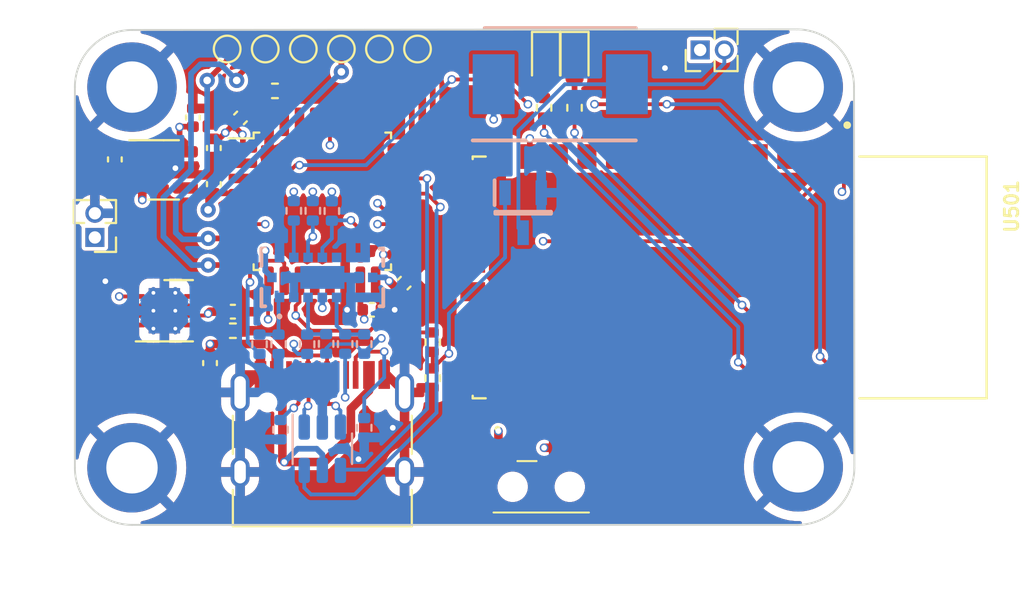
<source format=kicad_pcb>
(kicad_pcb (version 20240108) (generator "pcbnew") (generator_version "8.0")
  (layers (0 "F.Cu" signal) (1 "In1.Cu" signal) (2 "In2.Cu" signal) (31 "B.Cu" signal) (34 "B.Paste" user) (35 "F.Paste" user) (36 "B.SilkS" user "B.Silkscreen") (37 "F.SilkS" user "F.Silkscreen") (38 "B.Mask" user) (39 "F.Mask" user) (44 "Edge.Cuts" user))
  (net 0 "")
  (net 1 "GND")
  (net 2 "/STM32/NRST")
  (net 3 "+3.3V")
  (net 4 "+5V")
  (net 5 "+BATT")
  (net 6 "Net-(D501-A)")
  (net 7 "Net-(D502-A)")
  (net 8 "/MOTOR/MOTOR")
  (net 9 "/POWER/BAT")
  (net 11 "Net-(IC301-PROG)")
  (net 14 "Net-(IC401-I2C_RST_1)")
  (net 15 "Net-(IC401-INT)")
  (net 16 "Net-(IC401-LPN)")
  (net 18 "Net-(IC401-RSVD6)")
  (net 19 "/SENSORS/I2C3_SDA")
  (net 20 "/SENSORS/I2C3_SCL")
  (net 22 "Net-(J302-CC1)")
  (net 23 "Net-(J302-D+-PadA6)")
  (net 24 "Net-(J302-D--PadA7)")
  (net 26 "Net-(J302-CC2)")
  (net 28 "Net-(Q601-G)")
  (net 29 "/STM32/BOOT0")
  (net 30 "/SENSORS/TOF_INT")
  (net 31 "/SENSORS/TOF_LPn")
  (net 32 "/SENSORS/TOF_I2C_RST")
  (net 33 "/BLUETOOTH/LED_1")
  (net 34 "/BLUETOOTH/LED_2")
  (net 35 "/MOTOR/PWM")
  (net 36 "/STM32/SWCLK")
  (net 37 "/STM32/SWDIO")
  (net 40 "/BLUETOOTH/KEY")
  (net 41 "/STM32/USART2_RX")
  (net 42 "/STM32/USART2_TX")
  (net 45 "/BLUETOOTH/USART1_RX")
  (net 46 "/BLUETOOTH/USART1_TX")
  (net 47 "/POWER/USB_DM")
  (net 48 "/POWER/USB_DP")
  (footprint "TestPoint:TestPoint_Pad_D1.0mm" (layer "F.Cu") (at 65 48)
    (property "Reference" "SWDIO201" (hide yes))
    (property "Value" "TestPoint")
  )
  (footprint "Capacitor_SMD:C_0402_1005Metric" (layer "F.Cu") (at 62.6 61.7)
    (property "Reference" "C205" (hide yes))
    (property "Value" "100n")
  )
  (footprint "Connector_USB:USB_C_Receptacle_HRO_TYPE-C-31-M-12" (layer "F.Cu") (at 60 69.17)
    (property "Reference" "J302" (hide yes))
    (property "Value" "USB_C_Receptacle_USB2.0")
  )
  (footprint "Connector_PinHeader_1.27mm:PinHeader_1x02_P1.27mm_Vertical" (layer "F.Cu") (at 48.05 57.9 180)
    (property "Reference" "J301" (hide yes))
    (property "Value" "BATT")
  )
  (footprint "Capacitor_SMD:C_0402_1005Metric" (layer "F.Cu") (at 53.2 51.6 90)
    (property "Reference" "C302" (hide yes))
    (property "Value" "1u")
  )
  (footprint "Package_TO_SOT_SMD:SOT-23-5" (layer "F.Cu") (at 51.6625 54.35)
    (property "Reference" "U301" (hide yes))
    (property "Value" "BU33SD5WG-TR")
  )
  (footprint "Resistor_SMD:R_0402_1005Metric" (layer "F.Cu") (at 55.3 62.8)
    (property "Reference" "R301" (hide yes))
    (property "Value" "1.65k")
  )
  (footprint "TestPoint:TestPoint_Pad_D1.0mm" (layer "F.Cu") (at 59 48)
    (property "Reference" "GND201" (hide yes))
    (property "Value" "TestPoint")
  )
  (footprint "mod:XCVR_HC-05" (layer "F.Cu") (at 81.075 60 -90)
    (property "Reference" "U501")
    (property "Value" "HC-05")
  )
  (footprint "TestPoint:TestPoint_Pad_D1.0mm" (layer "F.Cu") (at 57 48)
    (property "Reference" "USART2_TX201" (hide yes))
    (property "Value" "TestPoint")
  )
  (footprint "MountingHole:MountingHole_2.7mm_M2.5_DIN965_Pad" (layer "F.Cu") (at 50 50)
    (property "Reference" "H101" (hide yes))
    (property "Value" "MountingHole_Pad")
  )
  (footprint "Connector_PinHeader_1.27mm:PinHeader_1x02_P1.27mm_Vertical" (layer "F.Cu") (at 79.85 48.05 90)
    (property "Reference" "J601" (hide yes))
    (property "Value" "MOTOR")
  )
  (footprint "Capacitor_SMD:C_0402_1005Metric" (layer "F.Cu") (at 54.3 53.2 -90)
    (property "Reference" "C202" (hide yes))
    (property "Value" "4.7u")
  )
  (footprint "Resistor_SMD:R_0402_1005Metric" (layer "F.Cu") (at 65.8 63.4 -90)
    (property "Reference" "R601" (hide yes))
    (property "Value" "22")
  )
  (footprint "Resistor_SMD:R_0402_1005Metric" (layer "F.Cu") (at 73.25 51.0875 90)
    (property "Reference" "R502" (hide yes))
    (property "Value" "820")
  )
  (footprint "mod:450404015514" (layer "F.Cu") (at 71.5 71 180)
    (property "Reference" "S**" (hide yes))
    (property "Value" "450404015514" (hide yes))
  )
  (footprint "Capacitor_SMD:C_0402_1005Metric" (layer "F.Cu") (at 64.3 60.3 45)
    (property "Reference" "C204" (hide yes))
    (property "Value" "100n")
  )
  (footprint "MountingHole:MountingHole_2.7mm_M2.5_DIN965_Pad" (layer "F.Cu") (at 85 69.95)
    (property "Reference" "H104" (hide yes))
    (property "Value" "MountingHole_Pad")
  )
  (footprint "LED_SMD:LED_0603_1608Metric" (layer "F.Cu") (at 71.75 48.5875 -90)
    (property "Reference" "D501" (hide yes))
    (property "Value" "LED")
  )
  (footprint "Package_QFP:LQFP-32_7x7mm_P0.8mm" (layer "F.Cu") (at 60 56)
    (property "Reference" "U201" (hide yes))
    (property "Value" "STM32G431KBTx")
  )
  (footprint "Capacitor_SMD:C_0402_1005Metric" (layer "F.Cu") (at 54.1 64.5 -90)
    (property "Reference" "C304" (hide yes))
    (property "Value" "220n")
  )
  (footprint "TestPoint:TestPoint_Pad_D1.0mm" (layer "F.Cu") (at 63 48)
    (property "Reference" "SWCLK201" (hide yes))
    (property "Value" "TestPoint")
  )
  (footprint "Resistor_SMD:R_0402_1005Metric" (layer "F.Cu") (at 65.8 65.29 -90)
    (property "Reference" "R602" (hide yes))
    (property "Value" "10k")
  )
  (footprint "Package_DFN_QFN:DFN-8-1EP_3x3mm_P0.5mm_EP1.65x2.38mm_ThermalVias" (layer "F.Cu") (at 51.7 61.75)
    (property "Reference" "IC301" (hide yes))
    (property "Value" "LTC4058EDD-4.2#PBF")
  )
  (footprint "Resistor_SMD:R_0402_1005Metric" (layer "F.Cu") (at 71.65 51.0875 90)
    (property "Reference" "R501" (hide yes))
    (property "Value" "820")
  )
  (footprint "Capacitor_SMD:C_0402_1005Metric" (layer "F.Cu") (at 55.3 61.8)
    (property "Reference" "C303" (hide yes))
    (property "Value" "1u")
  )
  (footprint "Capacitor_SMD:C_0402_1005Metric" (layer "F.Cu") (at 55.7 51.62 45)
    (property "Reference" "C203" (hide yes))
    (property "Value" "100n")
  )
  (footprint "Capacitor_SMD:C_0402_1005Metric" (layer "F.Cu") (at 49.1 53.8 -90)
    (property "Reference" "C301" (hide yes))
    (property "Value" "1u")
  )
  (footprint "Capacitor_SMD:C_0402_1005Metric" (layer "F.Cu") (at 54.3 55.1 -90)
    (property "Reference" "C201" (hide yes))
    (property "Value" "100n")
  )
  (footprint "LED_SMD:LED_0603_1608Metric" (layer "F.Cu") (at 73.25 48.5875 -90)
    (property "Reference" "D502" (hide yes))
    (property "Value" "LED")
  )
  (footprint "MountingHole:MountingHole_2.7mm_M2.5_DIN965_Pad" (layer "F.Cu") (at 50 70)
    (property "Reference" "H102" (hide yes))
    (property "Value" "MountingHole_Pad")
  )
  (footprint "TestPoint:TestPoint_Pad_D1.0mm" (layer "F.Cu") (at 55 48)
    (property "Reference" "USART2_RX201" (hide yes))
    (property "Value" "TestPoint")
  )
  (footprint "Resistor_SMD:R_0402_1005Metric" (layer "F.Cu") (at 57.51 50.2 180)
    (property "Reference" "R201" (hide yes))
    (property "Value" "100k")
  )
  (footprint "TestPoint:TestPoint_Pad_D1.0mm" (layer "F.Cu") (at 61 48)
    (property "Reference" "NRST201" (hide yes))
    (property "Value" "TestPoint")
  )
  (footprint "MountingHole:MountingHole_2.7mm_M2.5_DIN965_Pad" (layer "F.Cu") (at 85 50)
    (property "Reference" "H103" (hide yes))
    (property "Value" "MountingHole_Pad")
  )
  (footprint "Resistor_SMD:R_0402_1005Metric" (layer "B.Cu") (at 60.5 56.51 -90)
    (property "Reference" "R408" (hide yes))
    (property "Value" "10k")
  )
  (footprint "Resistor_SMD:R_0402_1005Metric" (layer "B.Cu") (at 59.5 56.5 -90)
    (property "Reference" "R409" (hide yes))
    (property "Value" "10k")
  )
  (footprint "Resistor_SMD:R_0402_1005Metric" (layer "B.Cu") (at 62.2 63.5 90)
    (property "Reference" "R404" (hide yes))
    (property "Value" "47k")
  )
  (footprint "Resistor_SMD:R_0402_1005Metric" (layer "B.Cu") (at 61.2 63.5 -90)
    (property "Reference" "R402" (hide yes))
    (property "Value" "1k")
  )
  (footprint "Resistor_SMD:R_0402_1005Metric" (layer "B.Cu") (at 57.8 68 -90)
    (property "Reference" "R302" (hide yes))
    (property "Value" "5.1k")
  )
  (footprint "Resistor_SMD:R_0402_1005Metric" (layer "B.Cu") (at 56.7 63.51 -90)
    (property "Reference" "R405" (hide yes))
    (property "Value" "1k")
  )
  (footprint "Resistor_SMD:R_0402_1005Metric" (layer "B.Cu") (at 57.7 63.51 -90)
    (property "Reference" "R406" (hide yes))
    (property "Value" "47k")
  )
  (footprint "mod:DIOM7959X262N" (layer "B.Cu") (at 72.5 49.85)
    (property "Reference" "D601" (hide yes))
    (property "Value" "VS-30BQ015HM3_9AT" (hide yes))
  )
  (footprint "Resistor_SMD:R_0402_1005Metric" (layer "B.Cu") (at 58.5 56.5 90)
    (property "Reference" "R407" (hide yes))
    (property "Value" "47k")
  )
  (footprint "Resistor_SMD:R_0402_1005Metric" (layer "B.Cu") (at 62.2 67.9 90)
    (property "Reference" "R303" (hide yes))
    (property "Value" "5.1k")
  )
  (footprint "mod:SOT95P237X112-3N" (layer "B.Cu") (at 70.55 56.6 -90)
    (property "Reference" "Q601" (hide yes))
    (property "Value" "SQ2310ES-T1" (hide yes))
  )
  (footprint "mod:VL53L5CX" (layer "B.Cu") (at 60 60 180)
    (property "Reference" "IC401" (hide yes))
    (property "Value" "VL53L5CX" (hide yes))
  )
  (footprint "Package_TO_SOT_SMD:SOT-23-6" (layer "B.Cu") (at 60 69 -90)
    (property "Reference" "U302" (hide yes))
    (property "Value" "WE-TVS-82400102")
  )
  (footprint "Resistor_SMD:R_0402_1005Metric" (layer "B.Cu") (at 59.2 63.51 -90)
    (property "Reference" "R401" (hide yes))
    (property "Value" "1k")
  )
  (footprint "Resistor_SMD:R_0402_1005Metric" (layer "B.Cu") (at 60.2 63.49 90)
    (property "Reference" "R403" (hide yes))
    (property "Value" "47k")
  )
  (gr_arc (start 50 73) (mid 47.87868 72.12132) (end 47 70) (stroke (width 0.1)) (layer "Edge.Cuts"))
  (gr_arc (start 47 50) (mid 47.87868 47.87868) (end 50 47) (stroke (width 0.1)) (layer "Edge.Cuts"))
  (gr_line (start 87.931725 49.978673) (end 87.95 70) (stroke (width 0.1)) (layer "Edge.Cuts"))
  (gr_arc (start 87.95 70) (mid 87.07132 72.12132) (end 84.95 73) (stroke (width 0.1)) (layer "Edge.Cuts"))
  (gr_arc (start 84.921327 46.968275) (mid 87.05 47.85) (end 87.931725 49.978673) (stroke (width 0.1)) (layer "Edge.Cuts"))
  (gr_line (start 50 47) (end 84.921327 46.968275) (stroke (width 0.1)) (layer "Edge.Cuts"))
  (gr_line (start 47 70) (end 47 50) (stroke (width 0.1)) (layer "Edge.Cuts"))
  (gr_line (start 84.95 73) (end 50 73) (stroke (width 0.1)) (layer "Edge.Cuts"))
  (segment (start 54.44 66.04) (end 54.1 65.7) (width 0.45) (layer "F.Cu") (net 1))
  (segment (start 56.75 65.125) (end 56.595 65.125) (width 0.45) (layer "F.Cu") (net 1))
  (segment (start 54.1 64.98) (end 54.1 65.7) (width 0.45) (layer "F.Cu") (net 1))
  (segment (start 63.405 65.125) (end 64.32 66.04) (width 0.45) (layer "F.Cu") (net 1))
  (segment (start 62.8 61) (end 63.08 61.28) (width 0.45) (layer "F.Cu") (net 1))
  (segment (start 56.595 65.125) (end 55.68 66.04) (width 0.45) (layer "F.Cu") (net 1))
  (segment (start 61.2 61.6) (end 61.3 61.7) (width 0.45) (layer "F.Cu") (net 1))
  (segment (start 61.2 60.175) (end 61.2 61.6) (width 0.45) (layer "F.Cu") (net 1))
  (segment (start 63.25 65.125) (end 63.405 65.125) (width 0.45) (layer "F.Cu") (net 1))
  (segment (start 63.08 61.28) (end 63.08 61.7) (width 0.45) (layer "F.Cu") (net 1))
  (segment (start 62.8 60.175) (end 62.8 61) (width 0.45) (layer "F.Cu") (net 1))
  (segment (start 55.68 66.04) (end 54.44 66.04) (width 0.45) (layer "F.Cu") (net 1))
  (via (at 61.3 61.7) (size 0.45) (drill 0.3) (layers "F.Cu" "B.Cu") (net 1))
  (via (at 63.8 61.7) (size 0.45) (drill 0.3) (layers "F.Cu" "B.Cu") (net 1))
  (via (at 52.28 54.26) (size 0.45) (drill 0.3) (layers "F.Cu" "B.Cu") (net 1))
  (via (at 63.7 67.9) (size 0.45) (drill 0.3) (layers "F.Cu" "B.Cu") (net 1))
  (via (at 48.6 60.2) (size 0.45) (drill 0.3) (layers "F.Cu" "B.Cu") (net 1))
  (via (at 78 49) (size 0.45) (drill 0.3) (layers "F.Cu" "B.Cu") (net 1))
  (via (at 61.9 69.55) (size 0.45) (drill 0.3) (layers "F.Cu" "B.Cu") (net 1))
  (segment (start 58.5 61.05) (end 58.5 60) (width 0.45) (layer "B.Cu") (net 1))
  (segment (start 61.5 60.3) (end 61.5 60) (width 0.45) (layer "B.Cu") (net 1))
  (segment (start 61.5 61.05) (end 61.5 61.5) (width 0.45) (layer "B.Cu") (net 1))
  (segment (start 61.5 61.5) (end 61.3 61.7) (width 0.45) (layer "B.Cu") (net 1))
  (segment (start 61.5 60.8) (end 61.5 60.3) (width 0.45) (layer "B.Cu") (net 1))
  (segment (start 61.5 61.05) (end 61.5 60.8) (width 0.45) (layer "B.Cu") (net 1))
  (segment (start 54 55.88) (end 54.3 55.58) (width 0.3) (layer "F.Cu") (net 2))
  (segment (start 54 56.45) (end 54 55.88) (width 0.3) (layer "F.Cu") (net 2))
  (segment (start 55.805 55.58) (end 55.825 55.6) (width 0.3) (layer "F.Cu") (net 2))
  (segment (start 54.3 55.58) (end 55.805 55.58) (width 0.3) (layer "F.Cu") (net 2))
  (segment (start 61 48) (end 61 49.2) (width 0.3) (layer "F.Cu") (net 2))
  (via (at 54 56.45) (size 0.8) (drill 0.4) (layers "F.Cu" "B.Cu") (net 2))
  (via (at 61 49.2) (size 0.8) (drill 0.4) (layers "F.Cu" "B.Cu") (net 2))
  (segment (start 61 49.2) (end 54 56.2) (width 0.3) (layer "B.Cu") (net 2))
  (segment (start 54 56.2) (end 54 56.45) (width 0.3) (layer "B.Cu") (net 2))
  (segment (start 55.360589 52.060589) (end 55.8 52.5) (width 0.3) (layer "F.Cu") (net 3))
  (segment (start 55.825 52.525) (end 55.8 52.5) (width 0.3) (layer "F.Cu") (net 3))
  (segment (start 55.360589 51.959411) (end 55.360589 52.060589) (width 0.3) (layer "F.Cu") (net 3))
  (segment (start 70.9 53.65) (end 70.9 52.7) (width 0.3) (layer "F.Cu") (net 3))
  (segment (start 62.2 61.78) (end 62.12 61.7) (width 0.3) (layer "F.Cu") (net 3))
  (segment (start 64.175 58.8) (end 63.2 58.8) (width 0.3) (layer "F.Cu") (net 3))
  (segment (start 62 60.175) (end 62 61.58) (width 0.3) (layer "F.Cu") (net 3))
  (segment (start 63.960589 60.639411) (end 63.510589 60.189411) (width 0.45) (layer "F.Cu") (net 3))
  (segment (start 52.8 52.9) (end 52.5 52.6) (width 0.3) (layer "F.Cu") (net 3))
  (segment (start 52.52 52.08) (end 52.5 52.1) (width 0.3) (layer "F.Cu") (net 3))
  (segment (start 55.340589 51.959411) (end 54.9 52.4) (width 0.3) (layer "F.Cu") (net 3))
  (segment (start 53.2 52.08) (end 52.52 52.08) (width 0.3) (layer "F.Cu") (net 3))
  (segment (start 62.2 62.2) (end 62.2 61.78) (width 0.3) (layer "F.Cu") (net 3))
  (segment (start 62 61.58) (end 62.12 61.7) (width 0.3) (layer "F.Cu") (net 3))
  (segment (start 52.8 53.4) (end 52.8 52.9) (width 0.3) (layer "F.Cu") (net 3))
  (segment (start 55.825 53.2) (end 55.825 52.525) (width 0.3) (layer "F.Cu") (net 3))
  (segment (start 54.3 52.72) (end 54.58 52.72) (width 0.3) (layer "F.Cu") (net 3))
  (segment (start 54.58 52.72) (end 54.9 52.4) (width 0.3) (layer "F.Cu") (net 3))
  (segment (start 52.5 52.6) (end 52.5 52.1) (width 0.3) (layer "F.Cu") (net 3))
  (segment (start 55.360589 51.959411) (end 55.340589 51.959411) (width 0.3) (layer "F.Cu") (net 3))
  (via (at 54.9 52.4) (size 0.45) (drill 0.3) (layers "F.Cu" "B.Cu") (net 3))
  (via (at 52.5 52.1) (size 0.45) (drill 0.3) (layers "F.Cu" "B.Cu") (net 3))
  (via (at 59.5 55.5) (size 0.45) (drill 0.3) (layers "F.Cu" "B.Cu") (net 3))
  (via (at 63.2 58.8) (size 0.45) (drill 0.3) (layers "F.Cu" "B.Cu") (net 3))
  (via (at 62.2 62.2) (size 0.45) (drill 0.3) (layers "F.Cu" "B.Cu") (net 3))
  (via (at 63.510589 60.189411) (size 0.45) (drill 0.3) (layers "F.Cu" "B.Cu") (net 3))
  (via (at 55.8 52.5) (size 0.45) (drill 0.3) (layers "F.Cu" "B.Cu") (net 3))
  (via (at 70.9 52.7) (size 0.45) (drill 0.3) (layers "F.Cu" "B.Cu") (net 3))
  (via (at 63.1 63.2) (size 0.45) (drill 0.3) (layers "F.Cu" "B.Cu") (net 3))
  (via (at 60 61.6) (size 0.45) (drill 0.3) (layers "F.Cu" "B.Cu") (net 3))
  (via (at 69 51.7) (size 0.45) (drill 0.3) (layers "F.Cu" "B.Cu") (net 3))
  (via (at 60.5 55.5) (size 0.45) (drill 0.3) (layers "F.Cu" "B.Cu") (net 3))
  (via (at 58.5 55.5) (size 0.45) (drill 0.3) (layers "F.Cu" "B.Cu") (net 3))
  (via (at 57 58.6) (size 0.45) (drill 0.3) (layers "F.Cu" "B.Cu") (net 3))
  (segment (start 59.5 55.99) (end 59.5 55.5) (width 0.3) (layer "B.Cu") (net 3))
  (segment (start 58.5 55.99) (end 58.5 55.5) (width 0.3) (layer "B.Cu") (net 3))
  (segment (start 62.2 64) (end 62.2 64.01) (width 0.18) (layer "B.Cu") (net 3))
  (segment (start 69 49.85) (end 69 51.7) (width 0.3) (layer "B.Cu") (net 3))
  (segment (start 63.01 63.2) (end 62.2 64.01) (width 0.3) (layer "B.Cu") (net 3))
  (segment (start 60.430001 63.5) (end 61.7 63.5) (width 0.18) (layer "B.Cu") (net 3))
  (segment (start 57.35 60) (end 57 59.65) (width 0.3) (layer "B.Cu") (net 3))
  (segment (start 61.7 63.5) (end 62.2 64) (width 0.18) (layer "B.Cu") (net 3))
  (segment (start 63.321178 60) (end 62.65 60) (width 0.3) (layer "B.Cu") (net 3))
  (segment (start 57 59.65) (end 57 58.6) (width 0.3) (layer "B.Cu") (net 3))
  (segment (start 63.1 63.2) (end 63.01 63.2) (width 0.3) (layer "B.Cu") (net 3))
  (segment (start 60 61.6) (end 60 61.05) (width 0.3) (layer "B.Cu") (net 3))
  (segment (start 63.510589 60.189411) (end 63.321178 60) (width 0.3) (layer "B.Cu") (net 3))
  (segment (start 60.2 64) (end 60.2 63.730001) (width 0.18) (layer "B.Cu") (net 3))
  (segment (start 60.2 63.730001) (end 60.430001 63.5) (width 0.18) (layer "B.Cu") (net 3))
  (segment (start 60.5 56) (end 60.5 55.5) (width 0.3) (layer "B.Cu") (net 3))
  (segment (start 57.55 65.125) (end 57.55 63.95) (width 0.45) (layer "F.Cu") (net 4))
  (segment (start 57.1 63.5) (end 54.1 63.5) (width 0.45) (layer "F.Cu") (net 4))
  (segment (start 53.15 62) (end 53.9 62) (width 0.2) (layer "F.Cu") (net 4))
  (segment (start 61.5 68.3) (end 61.5 66.89934) (width 0.45) (layer "F.Cu") (net 4))
  (segment (start 54.1 63.5) (end 54.1 64.02) (width 0.45) (layer "F.Cu") (net 4))
  (segment (start 57.900422 66.299762) (end 57.55 65.94934) (width 0.45) (layer "F.Cu") (net 4))
  (segment (start 58 69.7) (end 57.900422 69.600422) (width 0.45) (layer "F.Cu") (net 4))
  (segment (start 54.1 61.8) (end 54 61.9) (width 0.45) (layer "F.Cu") (net 4))
  (segment (start 60.1 69.7) (end 61.5 68.3) (width 0.45) (layer "F.Cu") (net 4))
  (segment (start 62.45 65.94934) (end 62.45 65.125) (width 0.45) (layer "F.Cu") (net 4))
  (segment (start 57.55 65.94934) (end 57.55 65.125) (width 0.45) (layer "F.Cu") (net 4))
  (segment (start 54.82 61.8) (end 54.1 61.8) (width 0.45) (layer "F.Cu") (net 4))
  (segment (start 57.55 63.95) (end 57.1 63.5) (width 0.45) (layer "F.Cu") (net 4))
  (segment (start 53.9 62) (end 54 61.9) (width 0.2) (layer "F.Cu") (net 4))
  (segment (start 58 69.7) (end 60.1 69.7) (width 0.45) (layer "F.Cu") (net 4))
  (segment (start 61.5 66.89934) (end 62.45 65.94934) (width 0.45) (layer "F.Cu") (net 4))
  (segment (start 57.900422 69.600422) (end 57.900422 66.299762) (width 0.45) (layer "F.Cu") (net 4))
  (via (at 54 61.9) (size 0.45) (drill 0.3) (layers "F.Cu" "B.Cu") (net 4))
  (via (at 58 69.7) (size 0.45) (drill 0.3) (layers "F.Cu" "B.Cu") (net 4))
  (via (at 54.1 63.5) (size 0.45) (drill 0.3) (layers "F.Cu" "B.Cu") (net 4))
  (segment (start 60 69.3) (end 59.7 69) (width 0.3) (layer "B.Cu") (net 4))
  (segment (start 60 70.1375) (end 60 69.3) (width 0.3) (layer "B.Cu") (net 4))
  (segment (start 58.7 69) (end 58 69.7) (width 0.3) (layer "B.Cu") (net 4))
  (segment (start 59.7 69) (end 58.7 69) (width 0.3) (layer "B.Cu") (net 4))
  (segment (start 51.61 53.82) (end 51.61 54.79) (width 0.3) (layer "F.Cu") (net 5))
  (segment (start 51.19 53.4) (end 51.61 53.82) (width 0.3) (layer "F.Cu") (net 5))
  (segment (start 50.54 55.315) (end 50.525 55.3) (width 0.45) (layer "F.Cu") (net 5))
  (segment (start 50.54 55.93) (end 50.54 55.315) (width 0.45) (layer "F.Cu") (net 5))
  (segment (start 50.525 53.4) (end 49.18 53.4) (width 0.45) (layer "F.Cu") (net 5))
  (segment (start 50.525 53.4) (end 51.19 53.4) (width 0.3) (layer "F.Cu") (net 5))
  (segment (start 51.1 55.3) (end 50.525 55.3) (width 0.3) (layer "F.Cu") (net 5))
  (segment (start 69.25 68.95) (end 69.25 68.07) (width 0.45) (layer "F.Cu") (net 5))
  (segment (start 49.18 53.4) (end 49.1 53.32) (width 0.45) (layer "F.Cu") (net 5))
  (segment (start 51.61 54.79) (end 51.1 55.3) (width 0.3) (layer "F.Cu") (net 5))
  (via (at 69.25 68.07) (size 0.45) (drill 0.3) (layers "F.Cu" "B.Cu") (net 5))
  (via (at 50.54 55.93) (size 0.45) (drill 0.3) (layers "F.Cu" "B.Cu") (net 5))
  (segment (start 71.65 49.475) (end 71.75 49.375) (width 0.3) (layer "F.Cu") (net 6))
  (segment (start 71.65 50.5775) (end 71.65 49.475) (width 0.3) (layer "F.Cu") (net 6))
  (segment (start 73.25 50.5775) (end 73.25 49.375) (width 0.3) (layer "F.Cu") (net 7))
  (segment (start 80.027106 49.85) (end 81.12 48.757106) (width 0.2) (layer "B.Cu") (net 8))
  (segment (start 70.55 57.65) (end 70.3 57.4) (width 0.2) (layer "B.Cu") (net 8))
  (segment (start 72.75 49.85) (end 76 49.85) (width 0.2) (layer "B.Cu") (net 8))
  (segment (start 70.3 52.3) (end 72.75 49.85) (width 0.2) (layer "B.Cu") (net 8))
  (segment (start 76 49.85) (end 80.027106 49.85) (width 0.2) (layer "B.Cu") (net 8))
  (segment (start 76 49.85) (end 76 49.871752) (width 0.2) (layer "B.Cu") (net 8))
  (segment (start 70.3 57.4) (end 70.3 52.3) (width 0.2) (layer "B.Cu") (net 8))
  (segment (start 81.12 48.757106) (end 81.12 48.05) (width 0.2) (layer "B.Cu") (net 8))
  (segment (start 50.25 61) (end 49.33 61) (width 0.2) (layer "F.Cu") (net 9))
  (segment (start 72.25 68.95) (end 71.65 68.95) (width 0.45) (layer "F.Cu") (net 9))
  (segment (start 50.25 61) (end 50.25 61.5) (width 0.2) (layer "F.Cu") (net 9))
  (via (at 49.33 61) (size 0.45) (drill 0.3) (layers "F.Cu" "B.Cu") (net 9))
  (via (at 71.65 68.95) (size 0.45) (drill 0.3) (layers "F.Cu" "B.Cu") (net 9))
  (segment (start 54.79 62.71) (end 54.8 62.7) (width 0.3) (layer "F.Cu") (net 11))
  (segment (start 53.15 62.5) (end 54.49 62.5) (width 0.2) (layer "F.Cu") (net 11))
  (segment (start 54.49 62.5) (end 54.79 62.8) (width 0.2) (layer "F.Cu") (net 11))
  (segment (start 54.79 62.8) (end 54.79 62.71) (width 0.3) (layer "F.Cu") (net 11))
  (segment (start 56.7 63) (end 57.7 63) (width 0.2) (layer "B.Cu") (net 14))
  (segment (start 57.7 61.1) (end 57.75 61.1) (width 0.2) (layer "B.Cu") (net 14))
  (segment (start 57.7 63) (end 57.7 61.1) (width 0.2) (layer "B.Cu") (net 14))
  (segment (start 59.25 61.05) (end 59.25 62.95) (width 0.2) (layer "B.Cu") (net 15))
  (segment (start 59.22 62.98) (end 59.2 63) (width 0.2) (layer "B.Cu") (net 15))
  (segment (start 59.25 62.95) (end 59.2 63) (width 0.2) (layer "B.Cu") (net 15))
  (segment (start 60.2 62.98) (end 59.22 62.98) (width 0.2) (layer "B.Cu") (net 15))
  (segment (start 60.75 62.54) (end 60.75 61.05) (width 0.2) (layer "B.Cu") (net 16))
  (segment (start 62.2 62.99) (end 61.2 62.99) (width 0.2) (layer "B.Cu") (net 16))
  (segment (start 61.2 62.99) (end 60.75 62.54) (width 0.2) (layer "B.Cu") (net 16))
  (segment (start 58.5 58.95) (end 58.5 57.01) (width 0.2) (layer "B.Cu") (net 18))
  (segment (start 60.4 51.825) (end 60.4 53.05) (width 0.2) (layer "F.Cu") (net 19))
  (via (at 60.4 53.05) (size 0.45) (drill 0.3) (layers "F.Cu" "B.Cu") (net 19))
  (via (at 59.5 57.85) (size 0.45) (drill 0.3) (layers "F.Cu" "B.Cu") (net 19))
  (segment (start 59.5 57.85) (end 59.25 58.1) (width 0.2) (layer "B.Cu") (net 19))
  (segment (start 59.25 58.1) (end 59.25 58.95) (width 0.2) (layer "B.Cu") (net 19))
  (segment (start 59.5 57.01) (end 59.5 57.85) (width 0.2) (layer "B.Cu") (net 19))
  (segment (start 64.175 58) (end 62.5 58) (width 0.2) (layer "F.Cu") (net 20))
  (segment (start 62.5 58) (end 61.5 57) (width 0.2) (layer "F.Cu") (net 20))
  (via (at 61.5 57) (size 0.45) (drill 0.3) (layers "F.Cu" "B.Cu") (net 20))
  (segment (start 60.52 57) (end 60.5 57.02) (width 0.2) (layer "B.Cu") (net 20))
  (segment (start 60 58.45) (end 60 58.95) (width 0.2) (layer "B.Cu") (net 20))
  (segment (start 60.5 57.95) (end 60 58.45) (width 0.2) (layer "B.Cu") (net 20))
  (segment (start 61.5 57) (end 60.52 57) (width 0.2) (layer "B.Cu") (net 20))
  (segment (start 60.5 57.02) (end 60.5 57.95) (width 0.2) (layer "B.Cu") (net 20))
  (segment (start 58.75 66.61282) (end 58.500422 66.862398) (width 0.2) (layer "F.Cu") (net 22))
  (segment (start 58.75 65.125) (end 58.75 66.61282) (width 0.2) (layer "F.Cu") (net 22))
  (via (at 58.500422 66.862398) (size 0.45) (drill 0.3) (layers "F.Cu" "B.Cu") (net 22))
  (segment (start 58.500422 66.862398) (end 58.427602 66.862398) (width 0.2) (layer "B.Cu") (net 22))
  (segment (start 58.427602 66.862398) (end 57.8 67.49) (width 0.2) (layer "B.Cu") (net 22))
  (segment (start 60.75 65.125) (end 60.75 65.95) (width 0.2) (layer "F.Cu") (net 23))
  (segment (start 59.75 66.1) (end 59.75 65.125) (width 0.2) (layer "F.Cu") (net 23))
  (segment (start 60.3 66.65) (end 59.75 66.1) (width 0.2) (layer "F.Cu") (net 23))
  (segment (start 60.7 66.75) (end 60.6 66.65) (width 0.2) (layer "F.Cu") (net 23))
  (segment (start 60.3 66.4) (end 60.3 66.65) (width 0.2) (layer "F.Cu") (net 23))
  (segment (start 60.75 65.95) (end 60.3 66.4) (width 0.2) (layer "F.Cu") (net 23))
  (segment (start 60.6 66.65) (end 60.3 66.65) (width 0.2) (layer "F.Cu") (net 23))
  (via (at 60.7 66.75) (size 0.45) (drill 0.3) (layers "F.Cu" "B.Cu") (net 23))
  (segment (start 60.95 67.8625) (end 60.95 67) (width 0.2) (layer "B.Cu") (net 23))
  (segment (start 60.95 67) (end 60.7 66.75) (width 0.2) (layer "B.Cu") (net 23))
  (segment (start 59.3 64.1) (end 60.2 64.1) (width 0.2) (layer "F.Cu") (net 24))
  (segment (start 60.25 64.15) (end 60.25 65.125) (width 0.2) (layer "F.Cu") (net 24))
  (segment (start 59.25 66.75) (end 59.275 66.725) (width 0.2) (layer "F.Cu") (net 24))
  (segment (start 59.275 65.15) (end 59.25 65.125) (width 0.2) (layer "F.Cu") (net 24))
  (segment (start 60.2 64.1) (end 60.25 64.15) (width 0.2) (layer "F.Cu") (net 24))
  (segment (start 59.25 64.15) (end 59.3 64.1) (width 0.2) (layer "F.Cu") (net 24))
  (segment (start 59.25 65.125) (end 59.25 64.15) (width 0.2) (layer "F.Cu") (net 24))
  (segment (start 59.275 66.725) (end 59.275 65.15) (width 0.2) (layer "F.Cu") (net 24))
  (via (at 59.25 66.75) (size 0.45) (drill 0.3) (layers "F.Cu" "B.Cu") (net 24))
  (segment (start 59.05 67.8625) (end 59.05 66.95) (width 0.2) (layer "B.Cu") (net 24))
  (segment (start 59.05 66.95) (end 59.25 66.75) (width 0.2) (layer "B.Cu") (net 24))
  (segment (start 62.05 63.9) (end 63.25 63.9) (width 0.2) (layer "F.Cu") (net 26))
  (segment (start 61.75 65.125) (end 61.75 64.2) (width 0.2) (layer "F.Cu") (net 26))
  (segment (start 61.75 64.2) (end 62.05 63.9) (width 0.2) (layer "F.Cu") (net 26))
  (via (at 63.25 63.9) (size 0.45) (drill 0.3) (layers "F.Cu" "B.Cu") (net 26))
  (segment (start 62.2 66.305406) (end 62.2 67.39) (width 0.2) (layer "B.Cu") (net 26))
  (segment (start 63.25 63.9) (end 63.25 65.255406) (width 0.2) (layer "B.Cu") (net 26))
  (segment (start 63.25 65.255406) (end 62.2 66.305406) (width 0.2) (layer "B.Cu") (net 26))
  (segment (start 66.649 64) (end 66.58 64) (width 0.2) (layer "F.Cu") (net 28))
  (segment (start 65.8 64.78) (end 65.8 63.91) (width 0.2) (layer "F.Cu") (net 28))
  (segment (start 66.58 64) (end 65.8 64.78) (width 0.2) (layer "F.Cu") (net 28))
  (via (at 66.649 64) (size 0.45) (drill 0.3) (layers "F.Cu" "B.Cu") (net 28))
  (segment (start 66.649 64) (end 66.649 61.901) (width 0.2) (layer "B.Cu") (net 28))
  (segment (start 69.6 58.95) (end 69.6 55.55) (width 0.2) (layer "B.Cu") (net 28))
  (segment (start 66.649 61.901) (end 69.6 58.95) (width 0.2) (layer "B.Cu") (net 28))
  (segment (start 58.02 51.805) (end 58 51.825) (width 0.3) (layer "F.Cu") (net 29))
  (segment (start 58.02 50.2) (end 58.02 51.805) (width 0.3) (layer "F.Cu") (net 29))
  (segment (start 55.825 57.2) (end 57 57.2) (width 0.2) (layer "F.Cu") (net 30))
  (via (at 57 57.2) (size 0.45) (drill 0.3) (layers "F.Cu" "B.Cu") (net 30))
  (via (at 58.5 63.5) (size 0.45) (drill 0.3) (layers "F.Cu" "B.Cu") (net 30))
  (segment (start 58.5 63.5) (end 58.5 63.8) (width 0.2) (layer "B.Cu") (net 30))
  (segment (start 58.5 63.8) (end 58.72 64.02) (width 0.2) (layer "B.Cu") (net 30))
  (segment (start 58.72 64.02) (end 59.2 64.02) (width 0.2) (layer "B.Cu") (net 30))
  (segment (start 57.15 60.225) (end 57.2 60.175) (width 0.2) (layer "F.Cu") (net 31))
  (segment (start 57.15 62.2) (end 57.15 60.225) (width 0.2) (layer "F.Cu") (net 31))
  (via (at 61.2 66.3) (size 0.45) (drill 0.3) (layers "F.Cu" "B.Cu") (net 31))
  (via (at 57.15 62.2) (size 0.45) (drill 0.3) (layers "F.Cu" "B.Cu") (net 31))
  (segment (start 61.2 64.6) (end 61.2 66.3) (width 0.2) (layer "B.Cu") (net 31))
  (segment (start 61.2 64.01) (end 61.2 64.6) (width 0.2) (layer "B.Cu") (net 31))
  (segment (start 56.2 59.823959) (end 56.898959 59.125) (width 0.2) (layer "F.Cu") (net 32))
  (segment (start 58 59.25) (end 58 60.175) (width 0.2) (layer "F.Cu") (net 32))
  (segment (start 56.898959 59.125) (end 57.875 59.125) (width 0.2) (layer "F.Cu") (net 32))
  (segment (start 57.875 59.125) (end 58 59.25) (width 0.2) (layer "F.Cu") (net 32))
  (segment (start 56.2 60.25) (end 56.2 59.823959) (width 0.2) (layer "F.Cu") (net 32))
  (via (at 56.2 60.25) (size 0.45) (drill 0.3) (layers "F.Cu" "B.Cu") (net 32))
  (segment (start 56.7 64.02) (end 56.08 63.4) (width 0.2) (layer "B.Cu") (net 32))
  (segment (start 56.08 60.37) (end 56.2 60.25) (width 0.2) (layer "B.Cu") (net 32))
  (segment (start 56.08 63.4) (end 56.08 60.37) (width 0.2) (layer "B.Cu") (net 32))
  (segment (start 82.9 66.35) (end 82.9 65.5) (width 0.2) (layer "F.Cu") (net 33))
  (segment (start 71.65 52.4) (end 71.65 51.5975) (width 0.2) (layer "F.Cu") (net 33))
  (segment (start 82.9 65.5) (end 81.85 64.45) (width 0.2) (layer "F.Cu") (net 33))
  (via (at 71.65 52.4) (size 0.45) (drill 0.3) (layers "F.Cu" "B.Cu") (net 33))
  (via (at 81.85 64.45) (size 0.45) (drill 0.3) (layers "F.Cu" "B.Cu") (net 33))
  (segment (start 81.85 64.45) (end 81.85 62.6) (width 0.2) (layer "B.Cu") (net 33))
  (segment (start 81.85 62.6) (end 71.65 52.4) (width 0.2) (layer "B.Cu") (net 33))
  (segment (start 84.4 66.35) (end 84.4 63.8) (width 0.2) (layer "F.Cu") (net 34))
  (segment (start 84.4 63.8) (end 82.05 61.45) (width 0.2) (layer "F.Cu") (net 34))
  (segment (start 73.25 52.4) (end 73.25 51.5975) (width 0.2) (layer "F.Cu") (net 34))
  (via (at 73.25 52.4) (size 0.45) (drill 0.3) (layers "F.Cu" "B.Cu") (net 34))
  (via (at 82.05 61.45) (size 0.45) (drill 0.3) (layers "F.Cu" "B.Cu") (net 34))
  (segment (start 82.05 61.45) (end 73.25 52.65) (width 0.2) (layer "B.Cu") (net 34))
  (segment (start 73.25 52.65) (end 73.25 52.4) (width 0.2) (layer "B.Cu") (net 34))
  (segment (start 62.5 62.8) (end 62.8 62.5) (width 0.2) (layer "F.Cu") (net 35))
  (segment (start 64.89 62.89) (end 65.8 62.89) (width 0.2) (layer "F.Cu") (net 35))
  (segment (start 58.8 61.292463) (end 58.8 60.175) (width 0.2) (layer "F.Cu") (net 35))
  (segment (start 58.6 62) (end 58.6 61.492463) (width 0.2) (layer "F.Cu") (net 35))
  (segment (start 59.4 62.8) (end 62.5 62.8) (width 0.2) (layer "F.Cu") (net 35))
  (segment (start 64.5 62.5) (end 64.89 62.89) (width 0.2) (layer "F.Cu") (net 35))
  (segment (start 58.6 62) (end 59.4 62.8) (width 0.2) (layer "F.Cu") (net 35))
  (segment (start 62.8 62.5) (end 64.5 62.5) (width 0.2) (layer "F.Cu") (net 35))
  (segment (start 58.6 61.492463) (end 58.8 61.292463) (width 0.2) (layer "F.Cu") (net 35))
  (via (at 58.6 62) (size 0.45) (drill 0.3) (layers "F.Cu" "B.Cu") (net 35))
  (segment (start 63 48) (end 64.7 49.7) (width 0.3) (layer "F.Cu") (net 36))
  (segment (start 64.7 49.7) (end 64.7 52.675) (width 0.3) (layer "F.Cu") (net 36))
  (segment (start 64.7 52.675) (end 64.175 53.2) (width 0.3) (layer "F.Cu") (net 36))
  (segment (start 65.8 53.5) (end 65.3 54) (width 0.3) (layer "F.Cu") (net 37))
  (segment (start 65.8 48.8) (end 65.8 53.5) (width 0.3) (layer "F.Cu") (net 37))
  (segment (start 65 48) (end 65.8 48.8) (width 0.3) (layer "F.Cu") (net 37))
  (segment (start 65.3 54) (end 64.175 54) (width 0.3) (layer "F.Cu") (net 37))
  (segment (start 87.4 66.35) (end 87.4 65.4) (width 0.2) (layer "F.Cu") (net 40))
  (segment (start 56.30533 56.4) (end 58.60533 54.1) (width 0.2) (layer "F.Cu") (net 40))
  (segment (start 87.4 65.4) (end 86.15 64.15) (width 0.2) (layer "F.Cu") (net 40))
  (segment (start 70.8 50.9) (end 69.5 49.6) (width 0.2) (layer "F.Cu") (net 40))
  (segment (start 78.1 50.9) (end 74.3 50.9) (width 0.2) (layer "F.Cu") (net 40))
  (segment (start 55.825 56.4) (end 56.30533 56.4) (width 0.2) (layer "F.Cu") (net 40))
  (segment (start 69.5 49.6) (end 66.8 49.6) (width 0.2) (layer "F.Cu") (net 40))
  (segment (start 58.60533 54.1) (end 58.8 54.1) (width 0.2) (layer "F.Cu") (net 40))
  (via (at 58.8 54.1) (size 0.45) (drill 0.3) (layers "F.Cu" "B.Cu") (net 40))
  (via (at 86.15 64.15) (size 0.45) (drill 0.3) (layers "F.Cu" "B.Cu") (net 40))
  (via (at 74.3 50.9) (size 0.45) (drill 0.3) (layers "F.Cu" "B.Cu") (net 40))
  (via (at 66.8 49.6) (size 0.45) (drill 0.3) (layers "F.Cu" "B.Cu") (net 40))
  (via (at 70.8 50.9) (size 0.45) (drill 0.3) (layers "F.Cu" "B.Cu") (net 40))
  (via (at 78.1 50.9) (size 0.45) (drill 0.3) (layers "F.Cu" "B.Cu") (net 40))
  (segment (start 62.3 54.1) (end 58.8 54.1) (width 0.2) (layer "B.Cu") (net 40))
  (segment (start 86.15 64.15) (end 86.15 56.17792) (width 0.2) (layer "B.Cu") (net 40))
  (segment (start 80.87208 50.9) (end 78.1 50.9) (width 0.2) (layer "B.Cu") (net 40))
  (segment (start 66.8 49.6) (end 62.3 54.1) (width 0.2) (layer "B.Cu") (net 40))
  (segment (start 86.15 56.17792) (end 80.87208 50.9) (width 0.2) (layer "B.Cu") (net 40))
  (segment (start 55 48.6) (end 53.95 49.65) (width 0.3) (layer "F.Cu") (net 41))
  (segment (start 54 57.95) (end 55.775 57.95) (width 0.3) (layer "F.Cu") (net 41))
  (segment (start 55.775 57.95) (end 55.825 58) (width 0.3) (layer "F.Cu") (net 41))
  (segment (start 55 48) (end 55 48.6) (width 0.3) (layer "F.Cu") (net 41))
  (via (at 53.95 49.65) (size 0.8) (drill 0.4) (layers "F.Cu" "B.Cu") (net 41))
  (via (at 54 57.95) (size 0.8) (drill 0.4) (layers "F.Cu" "B.Cu") (net 41))
  (segment (start 53.95 58) (end 54 57.95) (width 0.3) (layer "B.Cu") (net 41))
  (segment (start 52.3 56) (end 52.3 57.65) (width 0.3) (layer "B.Cu") (net 41))
  (segment (start 52.65 58) (end 53.95 58) (width 0.3) (layer "B.Cu") (net 41))
  (segment (start 53.95 54.35) (end 52.3 56) (width 0.3) (layer "B.Cu") (net 41))
  (segment (start 52.3 57.65) (end 52.65 58) (width 0.3) (layer "B.Cu") (net 41))
  (segment (start 53.95 49.65) (end 53.95 54.35) (width 0.3) (layer "B.Cu") (net 41))
  (segment (start 55.5 49.5) (end 55.5 49.65) (width 0.3) (layer "F.Cu") (net 42))
  (segment (start 54 59.35) (end 55.275 59.35) (width 0.3) (layer "F.Cu") (net 42))
  (segment (start 55.275 59.35) (end 55.825 58.8) (width 0.3) (layer "F.Cu") (net 42))
  (segment (start 57 48) (end 55.5 49.5) (width 0.3) (layer "F.Cu") (net 42))
  (via (at 55.5 49.65) (size 0.8) (drill 0.4) (layers "F.Cu" "B.Cu") (net 42))
  (via (at 54 59.35) (size 0.8) (drill 0.4) (layers "F.Cu" "B.Cu") (net 42))
  (segment (start 53.597918 48.8) (end 53.1 49.297918) (width 0.3) (layer "B.Cu") (net 42))
  (segment (start 51.65 57.85) (end 53.15 59.35) (width 0.3) (layer "B.Cu") (net 42))
  (segment (start 51.65 55.801472) (end 51.65 57.85) (width 0.3) (layer "B.Cu") (net 42))
  (segment (start 53.1 54.351472) (end 51.65 55.801472) (width 0.3) (layer "B.Cu") (net 42))
  (segment (start 53.1 49.297918) (end 53.1 54.351472) (width 0.3) (layer "B.Cu") (net 42))
  (segment (start 53.15 59.35) (end 54 59.35) (width 0.3) (layer "B.Cu") (net 42))
  (segment (start 55.5 49.65) (end 54.65 48.8) (width 0.3) (layer "B.Cu") (net 42))
  (segment (start 54.65 48.8) (end 53.597918 48.8) (width 0.3) (layer "B.Cu") (net 42))
  (segment (start 71.6 58.1) (end 82.9 58.1) (width 0.2) (layer "F.Cu") (net 45))
  (segment (start 62.9 57.2) (end 64.175 57.2) (width 0.2) (layer "F.Cu") (net 45))
  (segment (start 85.9 55.1) (end 85.9 53.65) (width 0.2) (layer "F.Cu") (net 45))
  (segment (start 82.9 58.1) (end 85.9 55.1) (width 0.2) (layer "F.Cu") (net 45))
  (via (at 71.6 58.1) (size 0.45) (drill 0.3) (layers "F.Cu" "B.Cu") (net 45))
  (via (at 62.9 57.2) (size 0.45) (drill 0.3) (layers "F.Cu" "B.Cu") (net 45))
  (segment (start 63.2 56.4) (end 64.175 56.4) (width 0.2) (layer "F.Cu") (net 46))
  (segment (start 87.4 55.4) (end 87.4 53.65) (width 0.2) (layer "F.Cu") (net 46))
  (segment (start 62.9 56.1) (end 63.2 56.4) (width 0.2) (layer "F.Cu") (net 46))
  (segment (start 87.3 55.5) (end 87.4 55.4) (width 0.2) (layer "F.Cu") (net 46))
  (via (at 87.3 55.5) (size 0.45) (drill 0.3) (layers "F.Cu" "B.Cu") (net 46))
  (via (at 62.9 56.1) (size 0.45) (drill 0.3) (layers "F.Cu" "B.Cu") (net 46))
  (segment (start 66.2 56.3) (end 65.5 55.6) (width 0.2) (layer "F.Cu") (net 47))
  (segment (start 65.5 55.6) (end 64.175 55.6) (width 0.2) (layer "F.Cu") (net 47))
  (via (at 66.2 56.3) (size 0.45) (drill 0.3) (layers "F.Cu" "B.Cu") (net 47))
  (segment (start 66.2 56.3) (end 66 56.5) (width 0.2) (layer "B.Cu") (net 47))
  (segment (start 66 56.5) (end 66 67.1) (width 0.2) (layer "B.Cu") (net 47))
  (segment (start 59.05 71.05) (end 59.05 70.1375) (width 0.2) (layer "B.Cu") (net 47))
  (segment (start 66 67.1) (end 61.7 71.4) (width 0.2) (layer "B.Cu") (net 47))
  (segment (start 61.7 71.4) (end 59.4 71.4) (width 0.2) (layer "B.Cu") (net 47))
  (segment (start 59.4 71.4) (end 59.05 71.05) (width 0.2) (layer "B.Cu") (net 47))
  (segment (start 64.175 54.8) (end 65.5 54.8) (width 0.2) (layer "F.Cu") (net 48))
  (via (at 65.5 54.8) (size 0.45) (drill 0.3) (layers "F.Cu" "B.Cu") (net 48))
  (segment (start 60.9875 70.1) (end 60.95 70.1375) (width 0.2) (layer "B.Cu") (net 48))
  (segment (start 65.5 54.8) (end 65.5 66.9) (width 0.2) (layer "B.Cu") (net 48))
  (segment (start 62.3 70.1) (end 60.9875 70.1) (width 0.2) (layer "B.Cu") (net 48))
  (segment (start 65.5 66.9) (end 62.3 70.1) (width 0.2) (layer "B.Cu") (net 48))
  (zone (net 1) (net_name "GND") (layer "F.Cu") (connect_pads (clearance 0.2)) (min_thickness 0.2) (fill yes (thermal_gap 0.5) (thermal_bridge_width 0.5))
    (polygon (pts (xy 47 47) (xy 88 47) (xy 88 73) (xy 47 73)))
  )
  (zone (net 1) (net_name "GND") (layer "B.Cu") (priority 1) (connect_pads (clearance 0.2)) (min_thickness 0.2) (fill yes (thermal_gap 0.5) (thermal_bridge_width 0.5))
    (polygon (pts (xy 47 47) (xy 88 47) (xy 88 73) (xy 47 73)))
  )
  (zone (net 0) (net_name "") (layer "B.Cu") (connect_pads (clearance 0)) (min_thickness 0.2)
    (keepout (tracks not_allowed) (vias not_allowed) (pads not_allowed) (copperpour not_allowed) (footprints allowed))
    (fill (thermal_gap 0.5) (thermal_bridge_width 0.5))
    (polygon (pts (xy 63.8 65.7) (xy 63.8 66.3) (xy 63.3 66.3) (xy 62.9 66) (xy 63.2 65.6)))
  )
)
</source>
